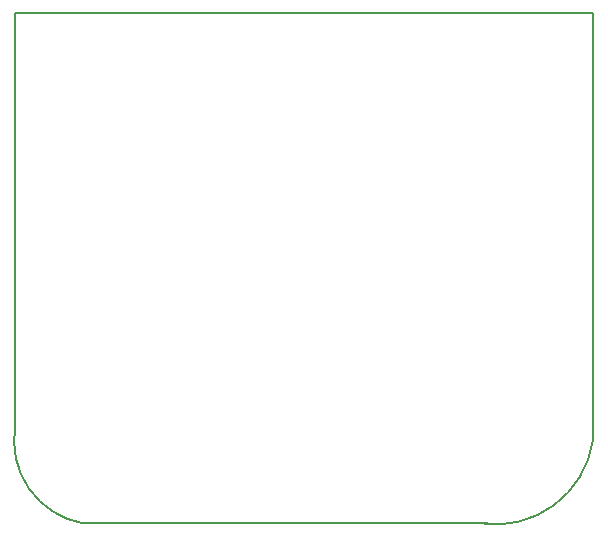
<source format=gbr>
G04 #@! TF.FileFunction,Profile,NP*
%FSLAX46Y46*%
G04 Gerber Fmt 4.6, Leading zero omitted, Abs format (unit mm)*
G04 Created by KiCad (PCBNEW 4.0.5) date 06/07/17 16:03:37*
%MOMM*%
%LPD*%
G01*
G04 APERTURE LIST*
%ADD10C,0.100000*%
%ADD11C,0.150000*%
G04 APERTURE END LIST*
D10*
D11*
X79375000Y-112395000D02*
G75*
G03X85090000Y-120650000I6985000J-1270000D01*
G01*
X85090000Y-120650000D02*
X119380000Y-120650000D01*
X128270000Y-78105000D02*
X128270000Y-113665000D01*
X118745000Y-120650000D02*
G75*
G03X128270000Y-113665000I1270000J8255000D01*
G01*
X79375000Y-109220000D02*
X79375000Y-112395000D01*
X79375000Y-78105000D02*
X79375000Y-109220000D01*
X79375000Y-77470000D02*
X79375000Y-78105000D01*
X128270000Y-77470000D02*
X79375000Y-77470000D01*
X128270000Y-78105000D02*
X128270000Y-77470000D01*
M02*

</source>
